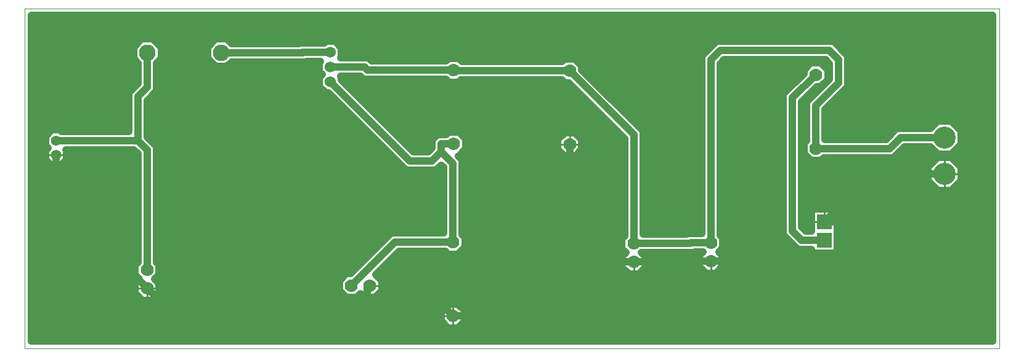
<source format=gbr>
G04 PROTEUS GERBER X2 FILE*
%TF.GenerationSoftware,Labcenter,Proteus,8.17-SP2-Build37159*%
%TF.CreationDate,2024-06-20T16:09:20+00:00*%
%TF.FileFunction,Copper,L2,Bot*%
%TF.FilePolarity,Positive*%
%TF.Part,Single*%
%TF.SameCoordinates,{d690fe0b-f5ba-4302-a425-257792fcdbd5}*%
%FSLAX45Y45*%
%MOMM*%
G01*
%TA.AperFunction,Conductor*%
%ADD17C,1.016000*%
%ADD18C,0.254000*%
%TA.AperFunction,ComponentPad*%
%ADD10C,1.524000*%
%TA.AperFunction,ComponentPad*%
%ADD11C,2.286000*%
%ADD12C,1.778000*%
%ADD13R,2.032000X2.032000*%
%ADD14C,3.048000*%
%TA.AperFunction,WasherPad*%
%ADD15C,1.397000*%
%TA.AperFunction,Profile*%
%ADD16C,0.101600*%
%TD.AperFunction*%
%TA.AperFunction,Conductor*%
G36*
X+6746020Y-1466021D02*
X-6456020Y-1466021D01*
X-6456020Y+3026021D01*
X+6746020Y+3026021D01*
X+6746020Y-1466021D01*
G37*
%TD.AperFunction*%
%LPC*%
G36*
X-3707593Y+2636998D02*
X-2786304Y+2636998D01*
X-2783104Y+2640198D01*
X-2438527Y+2640198D01*
X-2413126Y+2665599D01*
X-2286874Y+2665599D01*
X-2197601Y+2576326D01*
X-2197601Y+2450074D01*
X-2210676Y+2436999D01*
X-1828897Y+2436999D01*
X-1788897Y+2396999D01*
X-761486Y+2396999D01*
X-723386Y+2435099D01*
X-586614Y+2435099D01*
X-538514Y+2386999D01*
X+833514Y+2386999D01*
X+871614Y+2425099D01*
X+1008386Y+2425099D01*
X+1105099Y+2328386D01*
X+1105099Y+2274503D01*
X+1946999Y+1432603D01*
X+1946999Y+6999D01*
X+2540895Y+6999D01*
X+2550895Y+16999D01*
X+2753001Y+16998D01*
X+2753001Y+2465603D01*
X+2954397Y+2666999D01*
X+4561103Y+2666999D01*
X+4762499Y+2465603D01*
X+4762499Y+2042897D01*
X+4446999Y+1727397D01*
X+4446999Y+1316999D01*
X+5281397Y+1316999D01*
X+5431396Y+1466998D01*
X+5893710Y+1466998D01*
X+5995311Y+1568599D01*
X+6184689Y+1568599D01*
X+6318599Y+1434689D01*
X+6318599Y+1245311D01*
X+6184689Y+1111401D01*
X+5995311Y+1111401D01*
X+5893711Y+1213001D01*
X+5536603Y+1213001D01*
X+5386603Y+1063001D01*
X+4426486Y+1063001D01*
X+4388386Y+1024901D01*
X+4251614Y+1024901D01*
X+4154901Y+1121614D01*
X+4154901Y+1258386D01*
X+4193001Y+1296486D01*
X+4193001Y+1832603D01*
X+4508501Y+2148103D01*
X+4508501Y+2360397D01*
X+4455897Y+2413001D01*
X+3059603Y+2413001D01*
X+3006999Y+2360397D01*
X+3006999Y-3514D01*
X+3045099Y-41614D01*
X+3045099Y-178386D01*
X+2986484Y-237001D01*
X+3045099Y-295614D01*
X+3045099Y-432386D01*
X+2948386Y-529099D01*
X+2811614Y-529099D01*
X+2714901Y-432386D01*
X+2714901Y-295614D01*
X+2773515Y-237000D01*
X+2773514Y-236999D01*
X+2656103Y-236999D01*
X+2646103Y-246999D01*
X+1926486Y-246999D01*
X+1926485Y-247000D01*
X+1985099Y-305614D01*
X+1985099Y-442386D01*
X+1888386Y-539099D01*
X+1751614Y-539099D01*
X+1654901Y-442386D01*
X+1654901Y-305614D01*
X+1713515Y-247000D01*
X+1654901Y-188386D01*
X+1654901Y-51614D01*
X+1693001Y-13515D01*
X+1693001Y+1327397D01*
X+925497Y+2094901D01*
X+871614Y+2094901D01*
X+833514Y+2133001D01*
X-558514Y+2133001D01*
X-586614Y+2104901D01*
X-723386Y+2104901D01*
X-761486Y+2143001D01*
X-1894103Y+2143001D01*
X-1934103Y+2183001D01*
X-2210676Y+2183001D01*
X-2197601Y+2169926D01*
X-2197601Y+2134003D01*
X-1206597Y+1142999D01*
X-1005103Y+1142999D01*
X-952499Y+1195603D01*
X-952499Y+1306603D01*
X-878103Y+1380999D01*
X-761486Y+1380999D01*
X-723386Y+1419099D01*
X-586614Y+1419099D01*
X-489901Y+1322386D01*
X-489901Y+1185614D01*
X-586614Y+1088901D01*
X-591799Y+1088901D01*
X-538001Y+1035103D01*
X-538001Y+6486D01*
X-499901Y-31614D01*
X-499901Y-168386D01*
X-596614Y-265099D01*
X-733386Y-265099D01*
X-771486Y-226999D01*
X-1407397Y-226999D01*
X-1726457Y-546059D01*
X-1640901Y-631614D01*
X-1640901Y-768386D01*
X-1737614Y-865099D01*
X-1874386Y-865099D01*
X-1933001Y-806486D01*
X-1991614Y-865099D01*
X-2128386Y-865099D01*
X-2225099Y-768386D01*
X-2225099Y-631614D01*
X-2128386Y-534901D01*
X-2074503Y-534901D01*
X-1512603Y+26999D01*
X-791999Y+26999D01*
X-791999Y+929897D01*
X-825500Y+963398D01*
X-899897Y+889001D01*
X-1311803Y+889001D01*
X-2377203Y+1954401D01*
X-2413126Y+1954401D01*
X-2502399Y+2043674D01*
X-2502399Y+2169926D01*
X-2463926Y+2208399D01*
X-2502399Y+2246874D01*
X-2502399Y+2373126D01*
X-2489324Y+2386201D01*
X-2677897Y+2386201D01*
X-2681096Y+2383002D01*
X-2733700Y+2383002D01*
X-3707593Y+2383001D01*
X-3771093Y+2319501D01*
X-3928907Y+2319501D01*
X-4040499Y+2431093D01*
X-4040499Y+2588907D01*
X-3928907Y+2700499D01*
X-3771093Y+2700499D01*
X-3707593Y+2636998D01*
G37*
G36*
X-4675501Y+2588907D02*
X-4675501Y+2431093D01*
X-4739001Y+2367593D01*
X-4739001Y+1983397D01*
X-4870001Y+1852397D01*
X-4870001Y+1352603D01*
X-4743001Y+1225603D01*
X-4743001Y-374514D01*
X-4704901Y-412614D01*
X-4704901Y-549386D01*
X-4763516Y-608001D01*
X-4704901Y-666614D01*
X-4704901Y-803386D01*
X-4801614Y-900099D01*
X-4938386Y-900099D01*
X-5035099Y-803386D01*
X-5035099Y-666614D01*
X-4976485Y-608000D01*
X-5035099Y-549386D01*
X-5035099Y-412614D01*
X-4996999Y-374514D01*
X-4996999Y+1120397D01*
X-5049603Y+1173001D01*
X-5986457Y+1173001D01*
X-5973951Y+1160495D01*
X-5973951Y+1039505D01*
X-6059505Y+953951D01*
X-6180495Y+953951D01*
X-6266049Y+1039505D01*
X-6266049Y+1160495D01*
X-6226544Y+1200000D01*
X-6266049Y+1239505D01*
X-6266049Y+1360495D01*
X-6180495Y+1446049D01*
X-6059505Y+1446049D01*
X-6040455Y+1426999D01*
X-5123999Y+1426999D01*
X-5123999Y+1957603D01*
X-4992999Y+2088603D01*
X-4992999Y+2367593D01*
X-5056499Y+2431093D01*
X-5056499Y+2588907D01*
X-4944907Y+2700499D01*
X-4787093Y+2700499D01*
X-4675501Y+2588907D01*
G37*
G36*
X-733386Y-950901D02*
X-596614Y-950901D01*
X-499901Y-1047614D01*
X-499901Y-1184386D01*
X-596614Y-1281099D01*
X-733386Y-1281099D01*
X-830099Y-1184386D01*
X-830099Y-1047614D01*
X-733386Y-950901D01*
G37*
G36*
X+871614Y+1409099D02*
X+1008386Y+1409099D01*
X+1105099Y+1312386D01*
X+1105099Y+1175614D01*
X+1008386Y+1078901D01*
X+871614Y+1078901D01*
X+774901Y+1175614D01*
X+774901Y+1312386D01*
X+871614Y+1409099D01*
G37*
G36*
X+4485099Y+2274386D02*
X+4485099Y+2137614D01*
X+4388386Y+2040901D01*
X+4334503Y+2040901D01*
X+4127499Y+1833897D01*
X+4127499Y+109603D01*
X+4180103Y+56999D01*
X+4262201Y+56999D01*
X+4262201Y+361799D01*
X+4617799Y+361799D01*
X+4617799Y-247799D01*
X+4262201Y-247799D01*
X+4262201Y-196999D01*
X+4074897Y-196999D01*
X+3873501Y+4397D01*
X+3873501Y+1939103D01*
X+4154901Y+2220503D01*
X+4154901Y+2274386D01*
X+4251614Y+2371099D01*
X+4388386Y+2371099D01*
X+4485099Y+2274386D01*
G37*
G36*
X+5995311Y+1068219D02*
X+6184689Y+1068219D01*
X+6318599Y+934309D01*
X+6318599Y+744931D01*
X+6184689Y+611021D01*
X+5995311Y+611021D01*
X+5861401Y+744931D01*
X+5861401Y+934309D01*
X+5995311Y+1068219D01*
G37*
%LPD*%
D17*
X-2350000Y+2513200D02*
X-2730500Y+2513200D01*
X-2733700Y+2510000D01*
X-3850000Y+2510000D01*
X+940000Y+2260000D02*
X+1820000Y+1380000D01*
X+1820000Y-120000D01*
X+2880000Y-110000D02*
X+2880000Y+2413000D01*
X+3007000Y+2540000D01*
X+4508500Y+2540000D01*
X+4635500Y+2413000D01*
X+4635500Y+2095500D01*
X+4320000Y+1780000D01*
X+4320000Y+1190000D01*
X+5334000Y+1190000D01*
X+5484000Y+1340000D01*
X+6090000Y+1340000D01*
X-655000Y+2270000D02*
X-1841500Y+2270000D01*
X-1881500Y+2310000D01*
X-2350000Y+2310000D01*
X-655000Y+2270000D02*
X-645000Y+2260000D01*
X+940000Y+2260000D01*
X+1820000Y-120000D02*
X+2593500Y-120000D01*
X+2603500Y-110000D01*
X+2880000Y-110000D02*
X+2603500Y-110000D01*
X-825500Y+1143000D02*
X-952500Y+1016000D01*
X-1259200Y+1016000D01*
X-2350000Y+2106800D01*
X-665000Y-100000D02*
X-1460000Y-100000D01*
X-2060000Y-700000D01*
X-665000Y-100000D02*
X-665000Y+982500D01*
X-825500Y+1143000D01*
X-825500Y+1254000D01*
X-655000Y+1254000D01*
X-4997000Y+1300000D02*
X-4997000Y+1905000D01*
X-4866000Y+2036000D01*
X-4866000Y+2510000D01*
X-4997000Y+1300000D02*
X-4870000Y+1173000D01*
X-4870000Y-481000D01*
X-4997000Y+1300000D02*
X-6120000Y+1300000D01*
X+4440000Y-70000D02*
X+4127500Y-70000D01*
X+4000500Y+57000D01*
X+4000500Y+1886500D01*
X+4320000Y+2206000D01*
X-4870000Y-735000D02*
X-6120000Y+515000D01*
X-6120000Y+1100000D01*
X-665000Y-1116000D02*
X+408000Y-1116000D01*
X+1270000Y-254000D01*
X+4440000Y+184000D02*
X+5095620Y+839620D01*
X+6090000Y+839620D01*
X+2880000Y-364000D02*
X+4635500Y-364000D01*
X+4762500Y-237000D01*
X+4762500Y+184000D01*
X+4440000Y+184000D01*
X-4870000Y-735000D02*
X-4589000Y-1016000D01*
X-1968500Y-1016000D01*
X-1841500Y-889000D01*
X+1270000Y-254000D02*
X+940000Y+76000D01*
X+940000Y+1244000D01*
X-665000Y-1116000D02*
X-892000Y-889000D01*
X-1841500Y-889000D01*
X-1841500Y-735500D01*
X-1806000Y-700000D01*
X+1820000Y-374000D02*
X+1587500Y-374000D01*
X+1467500Y-254000D01*
X+1270000Y-254000D01*
X+1820000Y-374000D02*
X+2530000Y-374000D01*
X+2540000Y-364000D01*
X+2880000Y-364000D01*
X+6746020Y-1466021D02*
X-6456020Y-1466021D01*
X-6456020Y+3026021D01*
X+6746020Y+3026021D01*
X+6746020Y-1466021D01*
X-3707593Y+2636998D02*
X-2786304Y+2636998D01*
X-2783104Y+2640198D01*
X-2438527Y+2640198D01*
X-2413126Y+2665599D01*
X-2286874Y+2665599D01*
X-2197601Y+2576326D01*
X-2197601Y+2450074D01*
X-2210676Y+2436999D01*
X-1828897Y+2436999D01*
X-1788897Y+2396999D01*
X-761486Y+2396999D01*
X-723386Y+2435099D01*
X-586614Y+2435099D01*
X-538514Y+2386999D01*
X+833514Y+2386999D01*
X+871614Y+2425099D01*
X+1008386Y+2425099D01*
X+1105099Y+2328386D01*
X+1105099Y+2274503D01*
X+1946999Y+1432603D01*
X+1946999Y+6999D01*
X+2540895Y+6999D01*
X+2550895Y+16999D01*
X+2753001Y+16998D01*
X+2753001Y+2465603D01*
X+2954397Y+2666999D01*
X+4561103Y+2666999D01*
X+4762499Y+2465603D01*
X+4762499Y+2042897D01*
X+4446999Y+1727397D01*
X+4446999Y+1316999D01*
X+5281397Y+1316999D01*
X+5431396Y+1466998D01*
X+5893710Y+1466998D01*
X+5995311Y+1568599D01*
X+6184689Y+1568599D01*
X+6318599Y+1434689D01*
X+6318599Y+1245311D01*
X+6184689Y+1111401D01*
X+5995311Y+1111401D01*
X+5893711Y+1213001D01*
X+5536603Y+1213001D01*
X+5386603Y+1063001D01*
X+4426486Y+1063001D01*
X+4388386Y+1024901D01*
X+4251614Y+1024901D01*
X+4154901Y+1121614D01*
X+4154901Y+1258386D01*
X+4193001Y+1296486D01*
X+4193001Y+1832603D01*
X+4508501Y+2148103D01*
X+4508501Y+2360397D01*
X+4455897Y+2413001D01*
X+3059603Y+2413001D01*
X+3006999Y+2360397D01*
X+3006999Y-3514D01*
X+3045099Y-41614D01*
X+3045099Y-178386D01*
X+2986484Y-237001D01*
X+3045099Y-295614D01*
X+3045099Y-432386D01*
X+2948386Y-529099D01*
X+2811614Y-529099D01*
X+2714901Y-432386D01*
X+2714901Y-295614D01*
X+2773515Y-237000D01*
X+2773514Y-236999D01*
X+2656103Y-236999D01*
X+2646103Y-246999D01*
X+1926486Y-246999D01*
X+1926485Y-247000D01*
X+1985099Y-305614D01*
X+1985099Y-442386D01*
X+1888386Y-539099D01*
X+1751614Y-539099D01*
X+1654901Y-442386D01*
X+1654901Y-305614D01*
X+1713515Y-247000D01*
X+1654901Y-188386D01*
X+1654901Y-51614D01*
X+1693001Y-13515D01*
X+1693001Y+1327397D01*
X+925497Y+2094901D01*
X+871614Y+2094901D01*
X+833514Y+2133001D01*
X-558514Y+2133001D01*
X-586614Y+2104901D01*
X-723386Y+2104901D01*
X-761486Y+2143001D01*
X-1894103Y+2143001D01*
X-1934103Y+2183001D01*
X-2210676Y+2183001D01*
X-2197601Y+2169926D01*
X-2197601Y+2134003D01*
X-1206597Y+1142999D01*
X-1005103Y+1142999D01*
X-952499Y+1195603D01*
X-952499Y+1306603D01*
X-878103Y+1380999D01*
X-761486Y+1380999D01*
X-723386Y+1419099D01*
X-586614Y+1419099D01*
X-489901Y+1322386D01*
X-489901Y+1185614D01*
X-586614Y+1088901D01*
X-591799Y+1088901D01*
X-538001Y+1035103D01*
X-538001Y+6486D01*
X-499901Y-31614D01*
X-499901Y-168386D01*
X-596614Y-265099D01*
X-733386Y-265099D01*
X-771486Y-226999D01*
X-1407397Y-226999D01*
X-1726457Y-546059D01*
X-1640901Y-631614D01*
X-1640901Y-768386D01*
X-1737614Y-865099D01*
X-1874386Y-865099D01*
X-1933001Y-806486D01*
X-1991614Y-865099D01*
X-2128386Y-865099D01*
X-2225099Y-768386D01*
X-2225099Y-631614D01*
X-2128386Y-534901D01*
X-2074503Y-534901D01*
X-1512603Y+26999D01*
X-791999Y+26999D01*
X-791999Y+929897D01*
X-825500Y+963398D01*
X-899897Y+889001D01*
X-1311803Y+889001D01*
X-2377203Y+1954401D01*
X-2413126Y+1954401D01*
X-2502399Y+2043674D01*
X-2502399Y+2169926D01*
X-2463926Y+2208399D01*
X-2502399Y+2246874D01*
X-2502399Y+2373126D01*
X-2489324Y+2386201D01*
X-2677897Y+2386201D01*
X-2681096Y+2383002D01*
X-2733700Y+2383002D01*
X-3707593Y+2383001D01*
X-3771093Y+2319501D01*
X-3928907Y+2319501D01*
X-4040499Y+2431093D01*
X-4040499Y+2588907D01*
X-3928907Y+2700499D01*
X-3771093Y+2700499D01*
X-3707593Y+2636998D01*
X-4675501Y+2588907D02*
X-4675501Y+2431093D01*
X-4739001Y+2367593D01*
X-4739001Y+1983397D01*
X-4870001Y+1852397D01*
X-4870001Y+1352603D01*
X-4743001Y+1225603D01*
X-4743001Y-374514D01*
X-4704901Y-412614D01*
X-4704901Y-549386D01*
X-4763516Y-608001D01*
X-4704901Y-666614D01*
X-4704901Y-803386D01*
X-4801614Y-900099D01*
X-4938386Y-900099D01*
X-5035099Y-803386D01*
X-5035099Y-666614D01*
X-4976485Y-608000D01*
X-5035099Y-549386D01*
X-5035099Y-412614D01*
X-4996999Y-374514D01*
X-4996999Y+1120397D01*
X-5049603Y+1173001D01*
X-5986457Y+1173001D01*
X-5973951Y+1160495D01*
X-5973951Y+1039505D01*
X-6059505Y+953951D01*
X-6180495Y+953951D01*
X-6266049Y+1039505D01*
X-6266049Y+1160495D01*
X-6226544Y+1200000D01*
X-6266049Y+1239505D01*
X-6266049Y+1360495D01*
X-6180495Y+1446049D01*
X-6059505Y+1446049D01*
X-6040455Y+1426999D01*
X-5123999Y+1426999D01*
X-5123999Y+1957603D01*
X-4992999Y+2088603D01*
X-4992999Y+2367593D01*
X-5056499Y+2431093D01*
X-5056499Y+2588907D01*
X-4944907Y+2700499D01*
X-4787093Y+2700499D01*
X-4675501Y+2588907D01*
X-733386Y-950901D02*
X-596614Y-950901D01*
X-499901Y-1047614D01*
X-499901Y-1184386D01*
X-596614Y-1281099D01*
X-733386Y-1281099D01*
X-830099Y-1184386D01*
X-830099Y-1047614D01*
X-733386Y-950901D01*
X+871614Y+1409099D02*
X+1008386Y+1409099D01*
X+1105099Y+1312386D01*
X+1105099Y+1175614D01*
X+1008386Y+1078901D01*
X+871614Y+1078901D01*
X+774901Y+1175614D01*
X+774901Y+1312386D01*
X+871614Y+1409099D01*
X+4485099Y+2274386D02*
X+4485099Y+2137614D01*
X+4388386Y+2040901D01*
X+4334503Y+2040901D01*
X+4127499Y+1833897D01*
X+4127499Y+109603D01*
X+4180103Y+56999D01*
X+4262201Y+56999D01*
X+4262201Y+361799D01*
X+4617799Y+361799D01*
X+4617799Y-247799D01*
X+4262201Y-247799D01*
X+4262201Y-196999D01*
X+4074897Y-196999D01*
X+3873501Y+4397D01*
X+3873501Y+1939103D01*
X+4154901Y+2220503D01*
X+4154901Y+2274386D01*
X+4251614Y+2371099D01*
X+4388386Y+2371099D01*
X+4485099Y+2274386D01*
X+5995311Y+1068219D02*
X+6184689Y+1068219D01*
X+6318599Y+934309D01*
X+6318599Y+744931D01*
X+6184689Y+611021D01*
X+5995311Y+611021D01*
X+5861401Y+744931D01*
X+5861401Y+934309D01*
X+5995311Y+1068219D01*
D18*
X-4870000Y-849299D02*
X-4870000Y-735000D01*
X-4984299Y-735000D02*
X-4870000Y-735000D01*
X-4755701Y-735000D02*
X-4870000Y-735000D01*
X-1691701Y-700000D02*
X-1806000Y-700000D01*
X-1806000Y-814299D02*
X-1806000Y-700000D01*
X-665000Y-1001701D02*
X-665000Y-1116000D01*
X-665000Y-1230299D02*
X-665000Y-1116000D01*
X-779299Y-1116000D02*
X-665000Y-1116000D01*
X-550701Y-1116000D02*
X-665000Y-1116000D01*
X+940000Y+1358299D02*
X+940000Y+1244000D01*
X+940000Y+1129701D02*
X+940000Y+1244000D01*
X+825701Y+1244000D02*
X+940000Y+1244000D01*
X+1054299Y+1244000D02*
X+940000Y+1244000D01*
X+1820000Y-488299D02*
X+1820000Y-374000D01*
X+1705701Y-374000D02*
X+1820000Y-374000D01*
X+1934299Y-374000D02*
X+1820000Y-374000D01*
X+2880000Y-478299D02*
X+2880000Y-364000D01*
X+2765701Y-364000D02*
X+2880000Y-364000D01*
X+2994299Y-364000D02*
X+2880000Y-364000D01*
X+4566999Y+184000D02*
X+4440000Y+184000D01*
X+4440000Y+310999D02*
X+4440000Y+184000D01*
X+4313001Y+184000D02*
X+4440000Y+184000D01*
X+6090000Y+1017419D02*
X+6090000Y+839620D01*
X+6090000Y+661821D02*
X+6090000Y+839620D01*
X+5912201Y+839620D02*
X+6090000Y+839620D01*
X+6267799Y+839620D02*
X+6090000Y+839620D01*
X-6120000Y+1004751D02*
X-6120000Y+1100000D01*
X-6215249Y+1100000D02*
X-6120000Y+1100000D01*
X-6024751Y+1100000D02*
X-6120000Y+1100000D01*
D10*
X-2350000Y+2106800D03*
X-2350000Y+2310000D03*
X-2350000Y+2513200D03*
D11*
X-4866000Y+2510000D03*
X-3850000Y+2510000D03*
D12*
X-4870000Y-481000D03*
X-4870000Y-735000D03*
X-2060000Y-700000D03*
X-1806000Y-700000D03*
X-655000Y+2270000D03*
X-655000Y+1254000D03*
X-665000Y-100000D03*
X-665000Y-1116000D03*
X+940000Y+1244000D03*
X+940000Y+2260000D03*
X+1820000Y-120000D03*
X+1820000Y-374000D03*
X+2880000Y-110000D03*
X+2880000Y-364000D03*
X+4320000Y+1190000D03*
X+4320000Y+2206000D03*
D13*
X+4440000Y-70000D03*
X+4440000Y+184000D03*
D14*
X+6090000Y+1340000D03*
X+6090000Y+839620D03*
D15*
X-6120000Y+1300000D03*
X-6120000Y+1100000D03*
D16*
X-6550000Y-1560000D02*
X+6840000Y-1560000D01*
X+6840000Y+3120000D01*
X-6550000Y+3120000D01*
X-6550000Y-1560000D01*
M02*

</source>
